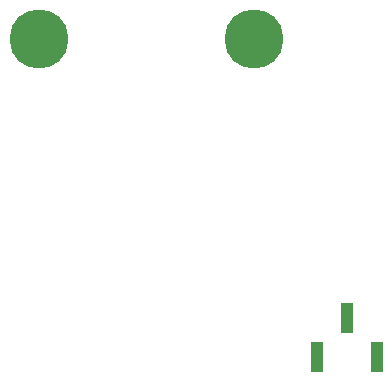
<source format=gbr>
G04 #@! TF.GenerationSoftware,KiCad,Pcbnew,5.1.5+dfsg1-2build2*
G04 #@! TF.CreationDate,2021-12-28T07:58:32+00:00*
G04 #@! TF.ProjectId,psion-org2-power,7073696f-6e2d-46f7-9267-322d706f7765,rev?*
G04 #@! TF.SameCoordinates,Original*
G04 #@! TF.FileFunction,Paste,Bot*
G04 #@! TF.FilePolarity,Positive*
%FSLAX46Y46*%
G04 Gerber Fmt 4.6, Leading zero omitted, Abs format (unit mm)*
G04 Created by KiCad (PCBNEW 5.1.5+dfsg1-2build2) date 2021-12-28 07:58:32*
%MOMM*%
%LPD*%
G04 APERTURE LIST*
%ADD10C,5.000000*%
%ADD11R,1.000000X2.510000*%
G04 APERTURE END LIST*
D10*
X125800000Y-44900000D03*
X107600000Y-44900000D03*
D11*
X133700000Y-68545000D03*
X131160000Y-71855000D03*
X136240000Y-71855000D03*
M02*

</source>
